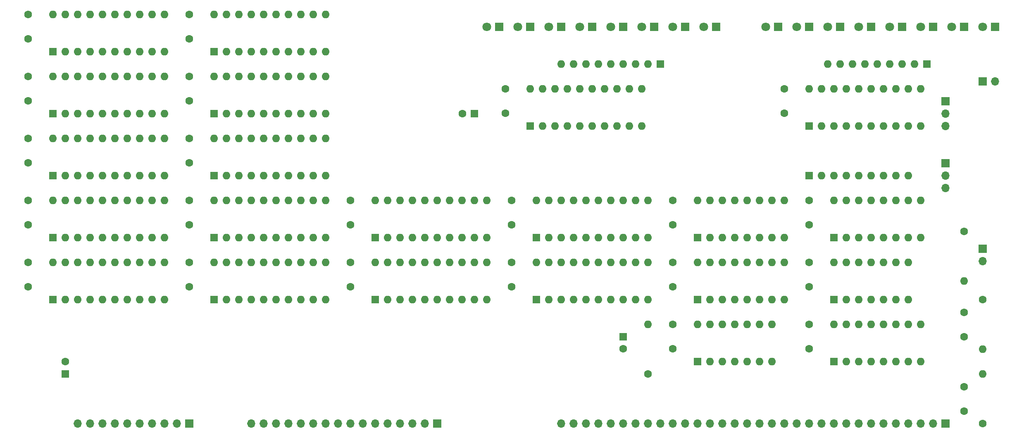
<source format=gbs>
G04 #@! TF.GenerationSoftware,KiCad,Pcbnew,(7.0.0)*
G04 #@! TF.CreationDate,2024-11-17T17:29:26-08:00*
G04 #@! TF.ProjectId,multi_register,6d756c74-695f-4726-9567-69737465722e,rev?*
G04 #@! TF.SameCoordinates,Original*
G04 #@! TF.FileFunction,Soldermask,Bot*
G04 #@! TF.FilePolarity,Negative*
%FSLAX46Y46*%
G04 Gerber Fmt 4.6, Leading zero omitted, Abs format (unit mm)*
G04 Created by KiCad (PCBNEW (7.0.0)) date 2024-11-17 17:29:26*
%MOMM*%
%LPD*%
G01*
G04 APERTURE LIST*
%ADD10R,1.600000X1.600000*%
%ADD11O,1.600000X1.600000*%
%ADD12C,1.600000*%
%ADD13R,1.800000X1.800000*%
%ADD14C,1.800000*%
%ADD15R,1.700000X1.700000*%
%ADD16O,1.700000X1.700000*%
G04 APERTURE END LIST*
D10*
X91439999Y-119379999D03*
D11*
X93979999Y-119379999D03*
X96519999Y-119379999D03*
X99059999Y-119379999D03*
X101599999Y-119379999D03*
X104139999Y-119379999D03*
X106679999Y-119379999D03*
X109219999Y-119379999D03*
X111759999Y-119379999D03*
X114299999Y-119379999D03*
X114299999Y-111759999D03*
X111759999Y-111759999D03*
X109219999Y-111759999D03*
X106679999Y-111759999D03*
X104139999Y-111759999D03*
X101599999Y-111759999D03*
X99059999Y-111759999D03*
X96519999Y-111759999D03*
X93979999Y-111759999D03*
X91439999Y-111759999D03*
D12*
X245110000Y-122000000D03*
X245110000Y-127000000D03*
D10*
X124459999Y-119379999D03*
D11*
X126999999Y-119379999D03*
X129539999Y-119379999D03*
X132079999Y-119379999D03*
X134619999Y-119379999D03*
X137159999Y-119379999D03*
X139699999Y-119379999D03*
X142239999Y-119379999D03*
X144779999Y-119379999D03*
X147319999Y-119379999D03*
X147319999Y-111759999D03*
X144779999Y-111759999D03*
X142239999Y-111759999D03*
X139699999Y-111759999D03*
X137159999Y-111759999D03*
X134619999Y-111759999D03*
X132079999Y-111759999D03*
X129539999Y-111759999D03*
X126999999Y-111759999D03*
X124459999Y-111759999D03*
D12*
X53340000Y-65960000D03*
X53340000Y-60960000D03*
D13*
X187959999Y-63499999D03*
D14*
X185420000Y-63500000D03*
D12*
X208280000Y-81200000D03*
X208280000Y-76200000D03*
X248920000Y-119380000D03*
D11*
X248919999Y-129539999D03*
D10*
X91439999Y-81279999D03*
D11*
X93979999Y-81279999D03*
X96519999Y-81279999D03*
X99059999Y-81279999D03*
X101599999Y-81279999D03*
X104139999Y-81279999D03*
X106679999Y-81279999D03*
X109219999Y-81279999D03*
X111759999Y-81279999D03*
X114299999Y-81279999D03*
X114299999Y-73659999D03*
X111759999Y-73659999D03*
X109219999Y-73659999D03*
X106679999Y-73659999D03*
X104139999Y-73659999D03*
X101599999Y-73659999D03*
X99059999Y-73659999D03*
X96519999Y-73659999D03*
X93979999Y-73659999D03*
X91439999Y-73659999D03*
D12*
X245110000Y-105410000D03*
D11*
X245109999Y-115569999D03*
D12*
X151130000Y-81200000D03*
X151130000Y-76200000D03*
D10*
X91439999Y-68579999D03*
D11*
X93979999Y-68579999D03*
X96519999Y-68579999D03*
X99059999Y-68579999D03*
X101599999Y-68579999D03*
X104139999Y-68579999D03*
X106679999Y-68579999D03*
X109219999Y-68579999D03*
X111759999Y-68579999D03*
X114299999Y-68579999D03*
X114299999Y-60959999D03*
X111759999Y-60959999D03*
X109219999Y-60959999D03*
X106679999Y-60959999D03*
X104139999Y-60959999D03*
X101599999Y-60959999D03*
X99059999Y-60959999D03*
X96519999Y-60959999D03*
X93979999Y-60959999D03*
X91439999Y-60959999D03*
D10*
X190499999Y-106679999D03*
D11*
X193039999Y-106679999D03*
X195579999Y-106679999D03*
X198119999Y-106679999D03*
X200659999Y-106679999D03*
X203199999Y-106679999D03*
X205739999Y-106679999D03*
X208279999Y-106679999D03*
X208279999Y-99059999D03*
X205739999Y-99059999D03*
X203199999Y-99059999D03*
X200659999Y-99059999D03*
X198119999Y-99059999D03*
X195579999Y-99059999D03*
X193039999Y-99059999D03*
X190499999Y-99059999D03*
D13*
X251459999Y-63499999D03*
D14*
X248920000Y-63500000D03*
D13*
X213359999Y-63499999D03*
D14*
X210820000Y-63500000D03*
D13*
X245109999Y-63499999D03*
D14*
X242570000Y-63500000D03*
D10*
X213359999Y-83819999D03*
D11*
X215899999Y-83819999D03*
X218439999Y-83819999D03*
X220979999Y-83819999D03*
X223519999Y-83819999D03*
X226059999Y-83819999D03*
X228599999Y-83819999D03*
X231139999Y-83819999D03*
X233679999Y-83819999D03*
X236219999Y-83819999D03*
X236219999Y-76199999D03*
X233679999Y-76199999D03*
X231139999Y-76199999D03*
X228599999Y-76199999D03*
X226059999Y-76199999D03*
X223519999Y-76199999D03*
X220979999Y-76199999D03*
X218439999Y-76199999D03*
X215899999Y-76199999D03*
X213359999Y-76199999D03*
D13*
X149796499Y-63499999D03*
D14*
X147256500Y-63500000D03*
D12*
X86360000Y-65960000D03*
X86360000Y-60960000D03*
X53340000Y-104060000D03*
X53340000Y-99060000D03*
D10*
X60959999Y-134619999D03*
D12*
X60960000Y-132120000D03*
D13*
X207009999Y-63499999D03*
D14*
X204470000Y-63500000D03*
D13*
X181609999Y-63499999D03*
D14*
X179070000Y-63500000D03*
D12*
X185420000Y-104060000D03*
X185420000Y-99060000D03*
X248920000Y-144780000D03*
D11*
X248919999Y-134619999D03*
D15*
X241299999Y-78739999D03*
D16*
X241299999Y-81279999D03*
X241299999Y-83819999D03*
D13*
X219709999Y-63499999D03*
D14*
X217170000Y-63500000D03*
D10*
X58419999Y-119379999D03*
D11*
X60959999Y-119379999D03*
X63499999Y-119379999D03*
X66039999Y-119379999D03*
X68579999Y-119379999D03*
X71119999Y-119379999D03*
X73659999Y-119379999D03*
X76199999Y-119379999D03*
X78739999Y-119379999D03*
X81279999Y-119379999D03*
X81279999Y-111759999D03*
X78739999Y-111759999D03*
X76199999Y-111759999D03*
X73659999Y-111759999D03*
X71119999Y-111759999D03*
X68579999Y-111759999D03*
X66039999Y-111759999D03*
X63499999Y-111759999D03*
X60959999Y-111759999D03*
X58419999Y-111759999D03*
D12*
X245110000Y-142240000D03*
X245110000Y-137240000D03*
X213360000Y-116760000D03*
X213360000Y-111760000D03*
D10*
X91439999Y-106679999D03*
D11*
X93979999Y-106679999D03*
X96519999Y-106679999D03*
X99059999Y-106679999D03*
X101599999Y-106679999D03*
X104139999Y-106679999D03*
X106679999Y-106679999D03*
X109219999Y-106679999D03*
X111759999Y-106679999D03*
X114299999Y-106679999D03*
X114299999Y-99059999D03*
X111759999Y-99059999D03*
X109219999Y-99059999D03*
X106679999Y-99059999D03*
X104139999Y-99059999D03*
X101599999Y-99059999D03*
X99059999Y-99059999D03*
X96519999Y-99059999D03*
X93979999Y-99059999D03*
X91439999Y-99059999D03*
D15*
X248919999Y-74675999D03*
D16*
X251459999Y-74675999D03*
D10*
X175259999Y-126999999D03*
D12*
X175260000Y-129500000D03*
D13*
X194309999Y-63499999D03*
D14*
X191770000Y-63500000D03*
D10*
X218439999Y-106679999D03*
D11*
X220979999Y-106679999D03*
X223519999Y-106679999D03*
X226059999Y-106679999D03*
X228599999Y-106679999D03*
X231139999Y-106679999D03*
X233679999Y-106679999D03*
X236219999Y-106679999D03*
X236219999Y-99059999D03*
X233679999Y-99059999D03*
X231139999Y-99059999D03*
X228599999Y-99059999D03*
X226059999Y-99059999D03*
X223519999Y-99059999D03*
X220979999Y-99059999D03*
X218439999Y-99059999D03*
D10*
X218439999Y-119379999D03*
D11*
X220979999Y-119379999D03*
X223519999Y-119379999D03*
X226059999Y-119379999D03*
X228599999Y-119379999D03*
X231139999Y-119379999D03*
X233679999Y-119379999D03*
X233679999Y-111759999D03*
X231139999Y-111759999D03*
X228599999Y-111759999D03*
X226059999Y-111759999D03*
X223519999Y-111759999D03*
X220979999Y-111759999D03*
X218439999Y-111759999D03*
D12*
X86360000Y-78660000D03*
X86360000Y-73660000D03*
D10*
X58419999Y-81279999D03*
D11*
X60959999Y-81279999D03*
X63499999Y-81279999D03*
X66039999Y-81279999D03*
X68579999Y-81279999D03*
X71119999Y-81279999D03*
X73659999Y-81279999D03*
X76199999Y-81279999D03*
X78739999Y-81279999D03*
X81279999Y-81279999D03*
X81279999Y-73659999D03*
X78739999Y-73659999D03*
X76199999Y-73659999D03*
X73659999Y-73659999D03*
X71119999Y-73659999D03*
X68579999Y-73659999D03*
X66039999Y-73659999D03*
X63499999Y-73659999D03*
X60959999Y-73659999D03*
X58419999Y-73659999D03*
D13*
X226059999Y-63499999D03*
D14*
X223520000Y-63500000D03*
D10*
X144779999Y-81279999D03*
D12*
X142280000Y-81280000D03*
X152400000Y-104060000D03*
X152400000Y-99060000D03*
X53340000Y-78660000D03*
X53340000Y-73660000D03*
X213360000Y-104060000D03*
X213360000Y-99060000D03*
D10*
X58419999Y-93979999D03*
D11*
X60959999Y-93979999D03*
X63499999Y-93979999D03*
X66039999Y-93979999D03*
X68579999Y-93979999D03*
X71119999Y-93979999D03*
X73659999Y-93979999D03*
X76199999Y-93979999D03*
X78739999Y-93979999D03*
X81279999Y-93979999D03*
X81279999Y-86359999D03*
X78739999Y-86359999D03*
X76199999Y-86359999D03*
X73659999Y-86359999D03*
X71119999Y-86359999D03*
X68579999Y-86359999D03*
X66039999Y-86359999D03*
X63499999Y-86359999D03*
X60959999Y-86359999D03*
X58419999Y-86359999D03*
D12*
X119380000Y-104060000D03*
X119380000Y-99060000D03*
D10*
X182879999Y-71119999D03*
D11*
X180339999Y-71119999D03*
X177799999Y-71119999D03*
X175259999Y-71119999D03*
X172719999Y-71119999D03*
X170179999Y-71119999D03*
X167639999Y-71119999D03*
X165099999Y-71119999D03*
X162559999Y-71119999D03*
D12*
X185420000Y-116760000D03*
X185420000Y-111760000D03*
X86360000Y-116760000D03*
X86360000Y-111760000D03*
X53340000Y-91360000D03*
X53340000Y-86360000D03*
D10*
X218439999Y-132079999D03*
D11*
X220979999Y-132079999D03*
X223519999Y-132079999D03*
X226059999Y-132079999D03*
X228599999Y-132079999D03*
X231139999Y-132079999D03*
X233679999Y-132079999D03*
X236219999Y-132079999D03*
X236219999Y-124459999D03*
X233679999Y-124459999D03*
X231139999Y-124459999D03*
X228599999Y-124459999D03*
X226059999Y-124459999D03*
X223519999Y-124459999D03*
X220979999Y-124459999D03*
X218439999Y-124459999D03*
D15*
X86359999Y-144779999D03*
D16*
X83819999Y-144779999D03*
X81279999Y-144779999D03*
X78739999Y-144779999D03*
X76199999Y-144779999D03*
X73659999Y-144779999D03*
X71119999Y-144779999D03*
X68579999Y-144779999D03*
X66039999Y-144779999D03*
X63499999Y-144779999D03*
D13*
X232409999Y-63499999D03*
D14*
X229870000Y-63500000D03*
D13*
X238759999Y-63499999D03*
D14*
X236220000Y-63500000D03*
D12*
X53340000Y-116760000D03*
X53340000Y-111760000D03*
X86360000Y-91360000D03*
X86360000Y-86360000D03*
X152400000Y-116760000D03*
X152400000Y-111760000D03*
D15*
X137159999Y-144779999D03*
D16*
X134619999Y-144779999D03*
X132079999Y-144779999D03*
X129539999Y-144779999D03*
X126999999Y-144779999D03*
X124459999Y-144779999D03*
X121919999Y-144779999D03*
X119379999Y-144779999D03*
X116839999Y-144779999D03*
X114299999Y-144779999D03*
X111759999Y-144779999D03*
X109219999Y-144779999D03*
X106679999Y-144779999D03*
X104139999Y-144779999D03*
X101599999Y-144779999D03*
X99059999Y-144779999D03*
D10*
X190489999Y-119379999D03*
D11*
X193029999Y-119379999D03*
X195569999Y-119379999D03*
X198109999Y-119379999D03*
X200649999Y-119379999D03*
X203189999Y-119379999D03*
X205729999Y-119379999D03*
X208269999Y-119379999D03*
X208269999Y-111759999D03*
X205729999Y-111759999D03*
X203189999Y-111759999D03*
X200649999Y-111759999D03*
X198109999Y-111759999D03*
X195569999Y-111759999D03*
X193029999Y-111759999D03*
X190489999Y-111759999D03*
D10*
X213359999Y-93979999D03*
D11*
X215899999Y-93979999D03*
X218439999Y-93979999D03*
X220979999Y-93979999D03*
X223519999Y-93979999D03*
X226059999Y-93979999D03*
X228599999Y-93979999D03*
X231139999Y-93979999D03*
X233679999Y-93979999D03*
D10*
X190499999Y-132079999D03*
D11*
X193039999Y-132079999D03*
X195579999Y-132079999D03*
X198119999Y-132079999D03*
X200659999Y-132079999D03*
X203199999Y-132079999D03*
X205739999Y-132079999D03*
X205739999Y-124459999D03*
X203199999Y-124459999D03*
X200659999Y-124459999D03*
X198119999Y-124459999D03*
X195579999Y-124459999D03*
X193039999Y-124459999D03*
X190499999Y-124459999D03*
D10*
X124459999Y-106679999D03*
D11*
X126999999Y-106679999D03*
X129539999Y-106679999D03*
X132079999Y-106679999D03*
X134619999Y-106679999D03*
X137159999Y-106679999D03*
X139699999Y-106679999D03*
X142239999Y-106679999D03*
X144779999Y-106679999D03*
X147319999Y-106679999D03*
X147319999Y-99059999D03*
X144779999Y-99059999D03*
X142239999Y-99059999D03*
X139699999Y-99059999D03*
X137159999Y-99059999D03*
X134619999Y-99059999D03*
X132079999Y-99059999D03*
X129539999Y-99059999D03*
X126999999Y-99059999D03*
X124459999Y-99059999D03*
D10*
X157479999Y-106679999D03*
D11*
X160019999Y-106679999D03*
X162559999Y-106679999D03*
X165099999Y-106679999D03*
X167639999Y-106679999D03*
X170179999Y-106679999D03*
X172719999Y-106679999D03*
X175259999Y-106679999D03*
X177799999Y-106679999D03*
X180339999Y-106679999D03*
X180339999Y-99059999D03*
X177799999Y-99059999D03*
X175259999Y-99059999D03*
X172719999Y-99059999D03*
X170179999Y-99059999D03*
X167639999Y-99059999D03*
X165099999Y-99059999D03*
X162559999Y-99059999D03*
X160019999Y-99059999D03*
X157479999Y-99059999D03*
D15*
X241299999Y-91439999D03*
D16*
X241299999Y-93979999D03*
X241299999Y-96519999D03*
D12*
X119380000Y-116760000D03*
X119380000Y-111760000D03*
D13*
X168909999Y-63499999D03*
D14*
X166370000Y-63500000D03*
D12*
X213360000Y-129460000D03*
X213360000Y-124460000D03*
D15*
X248919999Y-108965999D03*
D16*
X248919999Y-111505999D03*
D15*
X241299999Y-144779999D03*
D16*
X238759999Y-144779999D03*
X236219999Y-144779999D03*
X233679999Y-144779999D03*
X231139999Y-144779999D03*
X228599999Y-144779999D03*
X226059999Y-144779999D03*
X223519999Y-144779999D03*
X220979999Y-144779999D03*
X218439999Y-144779999D03*
X215899999Y-144779999D03*
X213359999Y-144779999D03*
X210819999Y-144779999D03*
X208279999Y-144779999D03*
X205739999Y-144779999D03*
X203199999Y-144779999D03*
X200659999Y-144779999D03*
X198119999Y-144779999D03*
X195579999Y-144779999D03*
X193039999Y-144779999D03*
X190499999Y-144779999D03*
X187959999Y-144779999D03*
X185419999Y-144779999D03*
X182879999Y-144779999D03*
X180339999Y-144779999D03*
X177799999Y-144779999D03*
X175259999Y-144779999D03*
X172719999Y-144779999D03*
X170179999Y-144779999D03*
X167639999Y-144779999D03*
X165099999Y-144779999D03*
X162559999Y-144779999D03*
D13*
X162559999Y-63499999D03*
D14*
X160020000Y-63500000D03*
D12*
X185420000Y-129460000D03*
X185420000Y-124460000D03*
D13*
X175259999Y-63499999D03*
D14*
X172720000Y-63500000D03*
D10*
X91439999Y-93979999D03*
D11*
X93979999Y-93979999D03*
X96519999Y-93979999D03*
X99059999Y-93979999D03*
X101599999Y-93979999D03*
X104139999Y-93979999D03*
X106679999Y-93979999D03*
X109219999Y-93979999D03*
X111759999Y-93979999D03*
X114299999Y-93979999D03*
X114299999Y-86359999D03*
X111759999Y-86359999D03*
X109219999Y-86359999D03*
X106679999Y-86359999D03*
X104139999Y-86359999D03*
X101599999Y-86359999D03*
X99059999Y-86359999D03*
X96519999Y-86359999D03*
X93979999Y-86359999D03*
X91439999Y-86359999D03*
D12*
X180340000Y-134620000D03*
D11*
X180339999Y-124459999D03*
D10*
X156209999Y-83819999D03*
D11*
X158749999Y-83819999D03*
X161289999Y-83819999D03*
X163829999Y-83819999D03*
X166369999Y-83819999D03*
X168909999Y-83819999D03*
X171449999Y-83819999D03*
X173989999Y-83819999D03*
X176529999Y-83819999D03*
X179069999Y-83819999D03*
X179069999Y-76199999D03*
X176529999Y-76199999D03*
X173989999Y-76199999D03*
X171449999Y-76199999D03*
X168909999Y-76199999D03*
X166369999Y-76199999D03*
X163829999Y-76199999D03*
X161289999Y-76199999D03*
X158749999Y-76199999D03*
X156209999Y-76199999D03*
D10*
X157479999Y-119379999D03*
D11*
X160019999Y-119379999D03*
X162559999Y-119379999D03*
X165099999Y-119379999D03*
X167639999Y-119379999D03*
X170179999Y-119379999D03*
X172719999Y-119379999D03*
X175259999Y-119379999D03*
X177799999Y-119379999D03*
X180339999Y-119379999D03*
X180339999Y-111759999D03*
X177799999Y-111759999D03*
X175259999Y-111759999D03*
X172719999Y-111759999D03*
X170179999Y-111759999D03*
X167639999Y-111759999D03*
X165099999Y-111759999D03*
X162559999Y-111759999D03*
X160019999Y-111759999D03*
X157479999Y-111759999D03*
D12*
X86360000Y-104060000D03*
X86360000Y-99060000D03*
D13*
X156209999Y-63499999D03*
D14*
X153670000Y-63500000D03*
D10*
X58419999Y-106679999D03*
D11*
X60959999Y-106679999D03*
X63499999Y-106679999D03*
X66039999Y-106679999D03*
X68579999Y-106679999D03*
X71119999Y-106679999D03*
X73659999Y-106679999D03*
X76199999Y-106679999D03*
X78739999Y-106679999D03*
X81279999Y-106679999D03*
X81279999Y-99059999D03*
X78739999Y-99059999D03*
X76199999Y-99059999D03*
X73659999Y-99059999D03*
X71119999Y-99059999D03*
X68579999Y-99059999D03*
X66039999Y-99059999D03*
X63499999Y-99059999D03*
X60959999Y-99059999D03*
X58419999Y-99059999D03*
D10*
X58419999Y-68579999D03*
D11*
X60959999Y-68579999D03*
X63499999Y-68579999D03*
X66039999Y-68579999D03*
X68579999Y-68579999D03*
X71119999Y-68579999D03*
X73659999Y-68579999D03*
X76199999Y-68579999D03*
X78739999Y-68579999D03*
X81279999Y-68579999D03*
X81279999Y-60959999D03*
X78739999Y-60959999D03*
X76199999Y-60959999D03*
X73659999Y-60959999D03*
X71119999Y-60959999D03*
X68579999Y-60959999D03*
X66039999Y-60959999D03*
X63499999Y-60959999D03*
X60959999Y-60959999D03*
X58419999Y-60959999D03*
D10*
X237489999Y-71119999D03*
D11*
X234949999Y-71119999D03*
X232409999Y-71119999D03*
X229869999Y-71119999D03*
X227329999Y-71119999D03*
X224789999Y-71119999D03*
X222249999Y-71119999D03*
X219709999Y-71119999D03*
X217169999Y-71119999D03*
M02*

</source>
